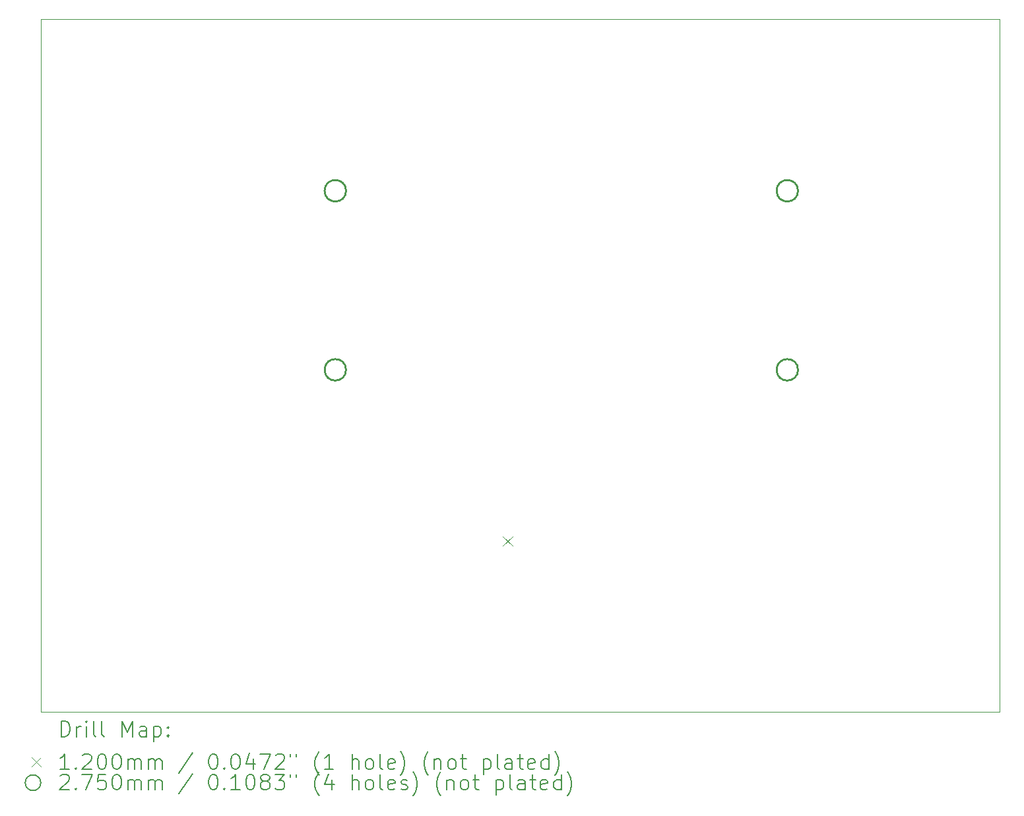
<source format=gbr>
%TF.GenerationSoftware,KiCad,Pcbnew,8.0.6-8.0.6-0~ubuntu24.04.1*%
%TF.CreationDate,2024-11-13T13:17:23+01:00*%
%TF.ProjectId,drn2,64726e32-2e6b-4696-9361-645f70636258,rev?*%
%TF.SameCoordinates,Original*%
%TF.FileFunction,Drillmap*%
%TF.FilePolarity,Positive*%
%FSLAX45Y45*%
G04 Gerber Fmt 4.5, Leading zero omitted, Abs format (unit mm)*
G04 Created by KiCad (PCBNEW 8.0.6-8.0.6-0~ubuntu24.04.1) date 2024-11-13 13:17:23*
%MOMM*%
%LPD*%
G01*
G04 APERTURE LIST*
%ADD10C,0.050000*%
%ADD11C,0.200000*%
%ADD12C,0.120000*%
%ADD13C,0.275000*%
G04 APERTURE END LIST*
D10*
X5900000Y-2600000D02*
X18200000Y-2600000D01*
X18200000Y-11500000D01*
X5900000Y-11500000D01*
X5900000Y-2600000D01*
D11*
D12*
X11830000Y-9240000D02*
X11950000Y-9360000D01*
X11950000Y-9240000D02*
X11830000Y-9360000D01*
D13*
X9815000Y-4802500D02*
G75*
G02*
X9540000Y-4802500I-137500J0D01*
G01*
X9540000Y-4802500D02*
G75*
G02*
X9815000Y-4802500I137500J0D01*
G01*
X9815000Y-7102500D02*
G75*
G02*
X9540000Y-7102500I-137500J0D01*
G01*
X9540000Y-7102500D02*
G75*
G02*
X9815000Y-7102500I137500J0D01*
G01*
X15615000Y-4802500D02*
G75*
G02*
X15340000Y-4802500I-137500J0D01*
G01*
X15340000Y-4802500D02*
G75*
G02*
X15615000Y-4802500I137500J0D01*
G01*
X15615000Y-7102500D02*
G75*
G02*
X15340000Y-7102500I-137500J0D01*
G01*
X15340000Y-7102500D02*
G75*
G02*
X15615000Y-7102500I137500J0D01*
G01*
D11*
X6158277Y-11813984D02*
X6158277Y-11613984D01*
X6158277Y-11613984D02*
X6205896Y-11613984D01*
X6205896Y-11613984D02*
X6234467Y-11623508D01*
X6234467Y-11623508D02*
X6253515Y-11642555D01*
X6253515Y-11642555D02*
X6263039Y-11661603D01*
X6263039Y-11661603D02*
X6272562Y-11699698D01*
X6272562Y-11699698D02*
X6272562Y-11728269D01*
X6272562Y-11728269D02*
X6263039Y-11766365D01*
X6263039Y-11766365D02*
X6253515Y-11785412D01*
X6253515Y-11785412D02*
X6234467Y-11804460D01*
X6234467Y-11804460D02*
X6205896Y-11813984D01*
X6205896Y-11813984D02*
X6158277Y-11813984D01*
X6358277Y-11813984D02*
X6358277Y-11680650D01*
X6358277Y-11718746D02*
X6367801Y-11699698D01*
X6367801Y-11699698D02*
X6377324Y-11690174D01*
X6377324Y-11690174D02*
X6396372Y-11680650D01*
X6396372Y-11680650D02*
X6415420Y-11680650D01*
X6482086Y-11813984D02*
X6482086Y-11680650D01*
X6482086Y-11613984D02*
X6472562Y-11623508D01*
X6472562Y-11623508D02*
X6482086Y-11633031D01*
X6482086Y-11633031D02*
X6491610Y-11623508D01*
X6491610Y-11623508D02*
X6482086Y-11613984D01*
X6482086Y-11613984D02*
X6482086Y-11633031D01*
X6605896Y-11813984D02*
X6586848Y-11804460D01*
X6586848Y-11804460D02*
X6577324Y-11785412D01*
X6577324Y-11785412D02*
X6577324Y-11613984D01*
X6710658Y-11813984D02*
X6691610Y-11804460D01*
X6691610Y-11804460D02*
X6682086Y-11785412D01*
X6682086Y-11785412D02*
X6682086Y-11613984D01*
X6939229Y-11813984D02*
X6939229Y-11613984D01*
X6939229Y-11613984D02*
X7005896Y-11756841D01*
X7005896Y-11756841D02*
X7072562Y-11613984D01*
X7072562Y-11613984D02*
X7072562Y-11813984D01*
X7253515Y-11813984D02*
X7253515Y-11709222D01*
X7253515Y-11709222D02*
X7243991Y-11690174D01*
X7243991Y-11690174D02*
X7224943Y-11680650D01*
X7224943Y-11680650D02*
X7186848Y-11680650D01*
X7186848Y-11680650D02*
X7167801Y-11690174D01*
X7253515Y-11804460D02*
X7234467Y-11813984D01*
X7234467Y-11813984D02*
X7186848Y-11813984D01*
X7186848Y-11813984D02*
X7167801Y-11804460D01*
X7167801Y-11804460D02*
X7158277Y-11785412D01*
X7158277Y-11785412D02*
X7158277Y-11766365D01*
X7158277Y-11766365D02*
X7167801Y-11747317D01*
X7167801Y-11747317D02*
X7186848Y-11737793D01*
X7186848Y-11737793D02*
X7234467Y-11737793D01*
X7234467Y-11737793D02*
X7253515Y-11728269D01*
X7348753Y-11680650D02*
X7348753Y-11880650D01*
X7348753Y-11690174D02*
X7367801Y-11680650D01*
X7367801Y-11680650D02*
X7405896Y-11680650D01*
X7405896Y-11680650D02*
X7424943Y-11690174D01*
X7424943Y-11690174D02*
X7434467Y-11699698D01*
X7434467Y-11699698D02*
X7443991Y-11718746D01*
X7443991Y-11718746D02*
X7443991Y-11775888D01*
X7443991Y-11775888D02*
X7434467Y-11794936D01*
X7434467Y-11794936D02*
X7424943Y-11804460D01*
X7424943Y-11804460D02*
X7405896Y-11813984D01*
X7405896Y-11813984D02*
X7367801Y-11813984D01*
X7367801Y-11813984D02*
X7348753Y-11804460D01*
X7529705Y-11794936D02*
X7539229Y-11804460D01*
X7539229Y-11804460D02*
X7529705Y-11813984D01*
X7529705Y-11813984D02*
X7520182Y-11804460D01*
X7520182Y-11804460D02*
X7529705Y-11794936D01*
X7529705Y-11794936D02*
X7529705Y-11813984D01*
X7529705Y-11690174D02*
X7539229Y-11699698D01*
X7539229Y-11699698D02*
X7529705Y-11709222D01*
X7529705Y-11709222D02*
X7520182Y-11699698D01*
X7520182Y-11699698D02*
X7529705Y-11690174D01*
X7529705Y-11690174D02*
X7529705Y-11709222D01*
D12*
X5777500Y-12082500D02*
X5897500Y-12202500D01*
X5897500Y-12082500D02*
X5777500Y-12202500D01*
D11*
X6263039Y-12233984D02*
X6148753Y-12233984D01*
X6205896Y-12233984D02*
X6205896Y-12033984D01*
X6205896Y-12033984D02*
X6186848Y-12062555D01*
X6186848Y-12062555D02*
X6167801Y-12081603D01*
X6167801Y-12081603D02*
X6148753Y-12091127D01*
X6348753Y-12214936D02*
X6358277Y-12224460D01*
X6358277Y-12224460D02*
X6348753Y-12233984D01*
X6348753Y-12233984D02*
X6339229Y-12224460D01*
X6339229Y-12224460D02*
X6348753Y-12214936D01*
X6348753Y-12214936D02*
X6348753Y-12233984D01*
X6434467Y-12053031D02*
X6443991Y-12043508D01*
X6443991Y-12043508D02*
X6463039Y-12033984D01*
X6463039Y-12033984D02*
X6510658Y-12033984D01*
X6510658Y-12033984D02*
X6529705Y-12043508D01*
X6529705Y-12043508D02*
X6539229Y-12053031D01*
X6539229Y-12053031D02*
X6548753Y-12072079D01*
X6548753Y-12072079D02*
X6548753Y-12091127D01*
X6548753Y-12091127D02*
X6539229Y-12119698D01*
X6539229Y-12119698D02*
X6424943Y-12233984D01*
X6424943Y-12233984D02*
X6548753Y-12233984D01*
X6672562Y-12033984D02*
X6691610Y-12033984D01*
X6691610Y-12033984D02*
X6710658Y-12043508D01*
X6710658Y-12043508D02*
X6720182Y-12053031D01*
X6720182Y-12053031D02*
X6729705Y-12072079D01*
X6729705Y-12072079D02*
X6739229Y-12110174D01*
X6739229Y-12110174D02*
X6739229Y-12157793D01*
X6739229Y-12157793D02*
X6729705Y-12195888D01*
X6729705Y-12195888D02*
X6720182Y-12214936D01*
X6720182Y-12214936D02*
X6710658Y-12224460D01*
X6710658Y-12224460D02*
X6691610Y-12233984D01*
X6691610Y-12233984D02*
X6672562Y-12233984D01*
X6672562Y-12233984D02*
X6653515Y-12224460D01*
X6653515Y-12224460D02*
X6643991Y-12214936D01*
X6643991Y-12214936D02*
X6634467Y-12195888D01*
X6634467Y-12195888D02*
X6624943Y-12157793D01*
X6624943Y-12157793D02*
X6624943Y-12110174D01*
X6624943Y-12110174D02*
X6634467Y-12072079D01*
X6634467Y-12072079D02*
X6643991Y-12053031D01*
X6643991Y-12053031D02*
X6653515Y-12043508D01*
X6653515Y-12043508D02*
X6672562Y-12033984D01*
X6863039Y-12033984D02*
X6882086Y-12033984D01*
X6882086Y-12033984D02*
X6901134Y-12043508D01*
X6901134Y-12043508D02*
X6910658Y-12053031D01*
X6910658Y-12053031D02*
X6920182Y-12072079D01*
X6920182Y-12072079D02*
X6929705Y-12110174D01*
X6929705Y-12110174D02*
X6929705Y-12157793D01*
X6929705Y-12157793D02*
X6920182Y-12195888D01*
X6920182Y-12195888D02*
X6910658Y-12214936D01*
X6910658Y-12214936D02*
X6901134Y-12224460D01*
X6901134Y-12224460D02*
X6882086Y-12233984D01*
X6882086Y-12233984D02*
X6863039Y-12233984D01*
X6863039Y-12233984D02*
X6843991Y-12224460D01*
X6843991Y-12224460D02*
X6834467Y-12214936D01*
X6834467Y-12214936D02*
X6824943Y-12195888D01*
X6824943Y-12195888D02*
X6815420Y-12157793D01*
X6815420Y-12157793D02*
X6815420Y-12110174D01*
X6815420Y-12110174D02*
X6824943Y-12072079D01*
X6824943Y-12072079D02*
X6834467Y-12053031D01*
X6834467Y-12053031D02*
X6843991Y-12043508D01*
X6843991Y-12043508D02*
X6863039Y-12033984D01*
X7015420Y-12233984D02*
X7015420Y-12100650D01*
X7015420Y-12119698D02*
X7024943Y-12110174D01*
X7024943Y-12110174D02*
X7043991Y-12100650D01*
X7043991Y-12100650D02*
X7072563Y-12100650D01*
X7072563Y-12100650D02*
X7091610Y-12110174D01*
X7091610Y-12110174D02*
X7101134Y-12129222D01*
X7101134Y-12129222D02*
X7101134Y-12233984D01*
X7101134Y-12129222D02*
X7110658Y-12110174D01*
X7110658Y-12110174D02*
X7129705Y-12100650D01*
X7129705Y-12100650D02*
X7158277Y-12100650D01*
X7158277Y-12100650D02*
X7177324Y-12110174D01*
X7177324Y-12110174D02*
X7186848Y-12129222D01*
X7186848Y-12129222D02*
X7186848Y-12233984D01*
X7282086Y-12233984D02*
X7282086Y-12100650D01*
X7282086Y-12119698D02*
X7291610Y-12110174D01*
X7291610Y-12110174D02*
X7310658Y-12100650D01*
X7310658Y-12100650D02*
X7339229Y-12100650D01*
X7339229Y-12100650D02*
X7358277Y-12110174D01*
X7358277Y-12110174D02*
X7367801Y-12129222D01*
X7367801Y-12129222D02*
X7367801Y-12233984D01*
X7367801Y-12129222D02*
X7377324Y-12110174D01*
X7377324Y-12110174D02*
X7396372Y-12100650D01*
X7396372Y-12100650D02*
X7424943Y-12100650D01*
X7424943Y-12100650D02*
X7443991Y-12110174D01*
X7443991Y-12110174D02*
X7453515Y-12129222D01*
X7453515Y-12129222D02*
X7453515Y-12233984D01*
X7843991Y-12024460D02*
X7672563Y-12281603D01*
X8101134Y-12033984D02*
X8120182Y-12033984D01*
X8120182Y-12033984D02*
X8139229Y-12043508D01*
X8139229Y-12043508D02*
X8148753Y-12053031D01*
X8148753Y-12053031D02*
X8158277Y-12072079D01*
X8158277Y-12072079D02*
X8167801Y-12110174D01*
X8167801Y-12110174D02*
X8167801Y-12157793D01*
X8167801Y-12157793D02*
X8158277Y-12195888D01*
X8158277Y-12195888D02*
X8148753Y-12214936D01*
X8148753Y-12214936D02*
X8139229Y-12224460D01*
X8139229Y-12224460D02*
X8120182Y-12233984D01*
X8120182Y-12233984D02*
X8101134Y-12233984D01*
X8101134Y-12233984D02*
X8082086Y-12224460D01*
X8082086Y-12224460D02*
X8072563Y-12214936D01*
X8072563Y-12214936D02*
X8063039Y-12195888D01*
X8063039Y-12195888D02*
X8053515Y-12157793D01*
X8053515Y-12157793D02*
X8053515Y-12110174D01*
X8053515Y-12110174D02*
X8063039Y-12072079D01*
X8063039Y-12072079D02*
X8072563Y-12053031D01*
X8072563Y-12053031D02*
X8082086Y-12043508D01*
X8082086Y-12043508D02*
X8101134Y-12033984D01*
X8253515Y-12214936D02*
X8263039Y-12224460D01*
X8263039Y-12224460D02*
X8253515Y-12233984D01*
X8253515Y-12233984D02*
X8243991Y-12224460D01*
X8243991Y-12224460D02*
X8253515Y-12214936D01*
X8253515Y-12214936D02*
X8253515Y-12233984D01*
X8386848Y-12033984D02*
X8405896Y-12033984D01*
X8405896Y-12033984D02*
X8424944Y-12043508D01*
X8424944Y-12043508D02*
X8434468Y-12053031D01*
X8434468Y-12053031D02*
X8443991Y-12072079D01*
X8443991Y-12072079D02*
X8453515Y-12110174D01*
X8453515Y-12110174D02*
X8453515Y-12157793D01*
X8453515Y-12157793D02*
X8443991Y-12195888D01*
X8443991Y-12195888D02*
X8434468Y-12214936D01*
X8434468Y-12214936D02*
X8424944Y-12224460D01*
X8424944Y-12224460D02*
X8405896Y-12233984D01*
X8405896Y-12233984D02*
X8386848Y-12233984D01*
X8386848Y-12233984D02*
X8367801Y-12224460D01*
X8367801Y-12224460D02*
X8358277Y-12214936D01*
X8358277Y-12214936D02*
X8348753Y-12195888D01*
X8348753Y-12195888D02*
X8339229Y-12157793D01*
X8339229Y-12157793D02*
X8339229Y-12110174D01*
X8339229Y-12110174D02*
X8348753Y-12072079D01*
X8348753Y-12072079D02*
X8358277Y-12053031D01*
X8358277Y-12053031D02*
X8367801Y-12043508D01*
X8367801Y-12043508D02*
X8386848Y-12033984D01*
X8624944Y-12100650D02*
X8624944Y-12233984D01*
X8577325Y-12024460D02*
X8529706Y-12167317D01*
X8529706Y-12167317D02*
X8653515Y-12167317D01*
X8710658Y-12033984D02*
X8843991Y-12033984D01*
X8843991Y-12033984D02*
X8758277Y-12233984D01*
X8910658Y-12053031D02*
X8920182Y-12043508D01*
X8920182Y-12043508D02*
X8939229Y-12033984D01*
X8939229Y-12033984D02*
X8986849Y-12033984D01*
X8986849Y-12033984D02*
X9005896Y-12043508D01*
X9005896Y-12043508D02*
X9015420Y-12053031D01*
X9015420Y-12053031D02*
X9024944Y-12072079D01*
X9024944Y-12072079D02*
X9024944Y-12091127D01*
X9024944Y-12091127D02*
X9015420Y-12119698D01*
X9015420Y-12119698D02*
X8901134Y-12233984D01*
X8901134Y-12233984D02*
X9024944Y-12233984D01*
X9101134Y-12033984D02*
X9101134Y-12072079D01*
X9177325Y-12033984D02*
X9177325Y-12072079D01*
X9472563Y-12310174D02*
X9463039Y-12300650D01*
X9463039Y-12300650D02*
X9443991Y-12272079D01*
X9443991Y-12272079D02*
X9434468Y-12253031D01*
X9434468Y-12253031D02*
X9424944Y-12224460D01*
X9424944Y-12224460D02*
X9415420Y-12176841D01*
X9415420Y-12176841D02*
X9415420Y-12138746D01*
X9415420Y-12138746D02*
X9424944Y-12091127D01*
X9424944Y-12091127D02*
X9434468Y-12062555D01*
X9434468Y-12062555D02*
X9443991Y-12043508D01*
X9443991Y-12043508D02*
X9463039Y-12014936D01*
X9463039Y-12014936D02*
X9472563Y-12005412D01*
X9653515Y-12233984D02*
X9539230Y-12233984D01*
X9596372Y-12233984D02*
X9596372Y-12033984D01*
X9596372Y-12033984D02*
X9577325Y-12062555D01*
X9577325Y-12062555D02*
X9558277Y-12081603D01*
X9558277Y-12081603D02*
X9539230Y-12091127D01*
X9891611Y-12233984D02*
X9891611Y-12033984D01*
X9977325Y-12233984D02*
X9977325Y-12129222D01*
X9977325Y-12129222D02*
X9967801Y-12110174D01*
X9967801Y-12110174D02*
X9948753Y-12100650D01*
X9948753Y-12100650D02*
X9920182Y-12100650D01*
X9920182Y-12100650D02*
X9901134Y-12110174D01*
X9901134Y-12110174D02*
X9891611Y-12119698D01*
X10101134Y-12233984D02*
X10082087Y-12224460D01*
X10082087Y-12224460D02*
X10072563Y-12214936D01*
X10072563Y-12214936D02*
X10063039Y-12195888D01*
X10063039Y-12195888D02*
X10063039Y-12138746D01*
X10063039Y-12138746D02*
X10072563Y-12119698D01*
X10072563Y-12119698D02*
X10082087Y-12110174D01*
X10082087Y-12110174D02*
X10101134Y-12100650D01*
X10101134Y-12100650D02*
X10129706Y-12100650D01*
X10129706Y-12100650D02*
X10148753Y-12110174D01*
X10148753Y-12110174D02*
X10158277Y-12119698D01*
X10158277Y-12119698D02*
X10167801Y-12138746D01*
X10167801Y-12138746D02*
X10167801Y-12195888D01*
X10167801Y-12195888D02*
X10158277Y-12214936D01*
X10158277Y-12214936D02*
X10148753Y-12224460D01*
X10148753Y-12224460D02*
X10129706Y-12233984D01*
X10129706Y-12233984D02*
X10101134Y-12233984D01*
X10282087Y-12233984D02*
X10263039Y-12224460D01*
X10263039Y-12224460D02*
X10253515Y-12205412D01*
X10253515Y-12205412D02*
X10253515Y-12033984D01*
X10434468Y-12224460D02*
X10415420Y-12233984D01*
X10415420Y-12233984D02*
X10377325Y-12233984D01*
X10377325Y-12233984D02*
X10358277Y-12224460D01*
X10358277Y-12224460D02*
X10348753Y-12205412D01*
X10348753Y-12205412D02*
X10348753Y-12129222D01*
X10348753Y-12129222D02*
X10358277Y-12110174D01*
X10358277Y-12110174D02*
X10377325Y-12100650D01*
X10377325Y-12100650D02*
X10415420Y-12100650D01*
X10415420Y-12100650D02*
X10434468Y-12110174D01*
X10434468Y-12110174D02*
X10443992Y-12129222D01*
X10443992Y-12129222D02*
X10443992Y-12148269D01*
X10443992Y-12148269D02*
X10348753Y-12167317D01*
X10510658Y-12310174D02*
X10520182Y-12300650D01*
X10520182Y-12300650D02*
X10539230Y-12272079D01*
X10539230Y-12272079D02*
X10548753Y-12253031D01*
X10548753Y-12253031D02*
X10558277Y-12224460D01*
X10558277Y-12224460D02*
X10567801Y-12176841D01*
X10567801Y-12176841D02*
X10567801Y-12138746D01*
X10567801Y-12138746D02*
X10558277Y-12091127D01*
X10558277Y-12091127D02*
X10548753Y-12062555D01*
X10548753Y-12062555D02*
X10539230Y-12043508D01*
X10539230Y-12043508D02*
X10520182Y-12014936D01*
X10520182Y-12014936D02*
X10510658Y-12005412D01*
X10872563Y-12310174D02*
X10863039Y-12300650D01*
X10863039Y-12300650D02*
X10843992Y-12272079D01*
X10843992Y-12272079D02*
X10834468Y-12253031D01*
X10834468Y-12253031D02*
X10824944Y-12224460D01*
X10824944Y-12224460D02*
X10815420Y-12176841D01*
X10815420Y-12176841D02*
X10815420Y-12138746D01*
X10815420Y-12138746D02*
X10824944Y-12091127D01*
X10824944Y-12091127D02*
X10834468Y-12062555D01*
X10834468Y-12062555D02*
X10843992Y-12043508D01*
X10843992Y-12043508D02*
X10863039Y-12014936D01*
X10863039Y-12014936D02*
X10872563Y-12005412D01*
X10948753Y-12100650D02*
X10948753Y-12233984D01*
X10948753Y-12119698D02*
X10958277Y-12110174D01*
X10958277Y-12110174D02*
X10977325Y-12100650D01*
X10977325Y-12100650D02*
X11005896Y-12100650D01*
X11005896Y-12100650D02*
X11024944Y-12110174D01*
X11024944Y-12110174D02*
X11034468Y-12129222D01*
X11034468Y-12129222D02*
X11034468Y-12233984D01*
X11158277Y-12233984D02*
X11139230Y-12224460D01*
X11139230Y-12224460D02*
X11129706Y-12214936D01*
X11129706Y-12214936D02*
X11120182Y-12195888D01*
X11120182Y-12195888D02*
X11120182Y-12138746D01*
X11120182Y-12138746D02*
X11129706Y-12119698D01*
X11129706Y-12119698D02*
X11139230Y-12110174D01*
X11139230Y-12110174D02*
X11158277Y-12100650D01*
X11158277Y-12100650D02*
X11186849Y-12100650D01*
X11186849Y-12100650D02*
X11205896Y-12110174D01*
X11205896Y-12110174D02*
X11215420Y-12119698D01*
X11215420Y-12119698D02*
X11224944Y-12138746D01*
X11224944Y-12138746D02*
X11224944Y-12195888D01*
X11224944Y-12195888D02*
X11215420Y-12214936D01*
X11215420Y-12214936D02*
X11205896Y-12224460D01*
X11205896Y-12224460D02*
X11186849Y-12233984D01*
X11186849Y-12233984D02*
X11158277Y-12233984D01*
X11282087Y-12100650D02*
X11358277Y-12100650D01*
X11310658Y-12033984D02*
X11310658Y-12205412D01*
X11310658Y-12205412D02*
X11320182Y-12224460D01*
X11320182Y-12224460D02*
X11339230Y-12233984D01*
X11339230Y-12233984D02*
X11358277Y-12233984D01*
X11577325Y-12100650D02*
X11577325Y-12300650D01*
X11577325Y-12110174D02*
X11596372Y-12100650D01*
X11596372Y-12100650D02*
X11634468Y-12100650D01*
X11634468Y-12100650D02*
X11653515Y-12110174D01*
X11653515Y-12110174D02*
X11663039Y-12119698D01*
X11663039Y-12119698D02*
X11672563Y-12138746D01*
X11672563Y-12138746D02*
X11672563Y-12195888D01*
X11672563Y-12195888D02*
X11663039Y-12214936D01*
X11663039Y-12214936D02*
X11653515Y-12224460D01*
X11653515Y-12224460D02*
X11634468Y-12233984D01*
X11634468Y-12233984D02*
X11596372Y-12233984D01*
X11596372Y-12233984D02*
X11577325Y-12224460D01*
X11786849Y-12233984D02*
X11767801Y-12224460D01*
X11767801Y-12224460D02*
X11758277Y-12205412D01*
X11758277Y-12205412D02*
X11758277Y-12033984D01*
X11948753Y-12233984D02*
X11948753Y-12129222D01*
X11948753Y-12129222D02*
X11939230Y-12110174D01*
X11939230Y-12110174D02*
X11920182Y-12100650D01*
X11920182Y-12100650D02*
X11882087Y-12100650D01*
X11882087Y-12100650D02*
X11863039Y-12110174D01*
X11948753Y-12224460D02*
X11929706Y-12233984D01*
X11929706Y-12233984D02*
X11882087Y-12233984D01*
X11882087Y-12233984D02*
X11863039Y-12224460D01*
X11863039Y-12224460D02*
X11853515Y-12205412D01*
X11853515Y-12205412D02*
X11853515Y-12186365D01*
X11853515Y-12186365D02*
X11863039Y-12167317D01*
X11863039Y-12167317D02*
X11882087Y-12157793D01*
X11882087Y-12157793D02*
X11929706Y-12157793D01*
X11929706Y-12157793D02*
X11948753Y-12148269D01*
X12015420Y-12100650D02*
X12091611Y-12100650D01*
X12043992Y-12033984D02*
X12043992Y-12205412D01*
X12043992Y-12205412D02*
X12053515Y-12224460D01*
X12053515Y-12224460D02*
X12072563Y-12233984D01*
X12072563Y-12233984D02*
X12091611Y-12233984D01*
X12234468Y-12224460D02*
X12215420Y-12233984D01*
X12215420Y-12233984D02*
X12177325Y-12233984D01*
X12177325Y-12233984D02*
X12158277Y-12224460D01*
X12158277Y-12224460D02*
X12148753Y-12205412D01*
X12148753Y-12205412D02*
X12148753Y-12129222D01*
X12148753Y-12129222D02*
X12158277Y-12110174D01*
X12158277Y-12110174D02*
X12177325Y-12100650D01*
X12177325Y-12100650D02*
X12215420Y-12100650D01*
X12215420Y-12100650D02*
X12234468Y-12110174D01*
X12234468Y-12110174D02*
X12243992Y-12129222D01*
X12243992Y-12129222D02*
X12243992Y-12148269D01*
X12243992Y-12148269D02*
X12148753Y-12167317D01*
X12415420Y-12233984D02*
X12415420Y-12033984D01*
X12415420Y-12224460D02*
X12396373Y-12233984D01*
X12396373Y-12233984D02*
X12358277Y-12233984D01*
X12358277Y-12233984D02*
X12339230Y-12224460D01*
X12339230Y-12224460D02*
X12329706Y-12214936D01*
X12329706Y-12214936D02*
X12320182Y-12195888D01*
X12320182Y-12195888D02*
X12320182Y-12138746D01*
X12320182Y-12138746D02*
X12329706Y-12119698D01*
X12329706Y-12119698D02*
X12339230Y-12110174D01*
X12339230Y-12110174D02*
X12358277Y-12100650D01*
X12358277Y-12100650D02*
X12396373Y-12100650D01*
X12396373Y-12100650D02*
X12415420Y-12110174D01*
X12491611Y-12310174D02*
X12501134Y-12300650D01*
X12501134Y-12300650D02*
X12520182Y-12272079D01*
X12520182Y-12272079D02*
X12529706Y-12253031D01*
X12529706Y-12253031D02*
X12539230Y-12224460D01*
X12539230Y-12224460D02*
X12548753Y-12176841D01*
X12548753Y-12176841D02*
X12548753Y-12138746D01*
X12548753Y-12138746D02*
X12539230Y-12091127D01*
X12539230Y-12091127D02*
X12529706Y-12062555D01*
X12529706Y-12062555D02*
X12520182Y-12043508D01*
X12520182Y-12043508D02*
X12501134Y-12014936D01*
X12501134Y-12014936D02*
X12491611Y-12005412D01*
X5897500Y-12406500D02*
G75*
G02*
X5697500Y-12406500I-100000J0D01*
G01*
X5697500Y-12406500D02*
G75*
G02*
X5897500Y-12406500I100000J0D01*
G01*
X6148753Y-12317031D02*
X6158277Y-12307508D01*
X6158277Y-12307508D02*
X6177324Y-12297984D01*
X6177324Y-12297984D02*
X6224943Y-12297984D01*
X6224943Y-12297984D02*
X6243991Y-12307508D01*
X6243991Y-12307508D02*
X6253515Y-12317031D01*
X6253515Y-12317031D02*
X6263039Y-12336079D01*
X6263039Y-12336079D02*
X6263039Y-12355127D01*
X6263039Y-12355127D02*
X6253515Y-12383698D01*
X6253515Y-12383698D02*
X6139229Y-12497984D01*
X6139229Y-12497984D02*
X6263039Y-12497984D01*
X6348753Y-12478936D02*
X6358277Y-12488460D01*
X6358277Y-12488460D02*
X6348753Y-12497984D01*
X6348753Y-12497984D02*
X6339229Y-12488460D01*
X6339229Y-12488460D02*
X6348753Y-12478936D01*
X6348753Y-12478936D02*
X6348753Y-12497984D01*
X6424943Y-12297984D02*
X6558277Y-12297984D01*
X6558277Y-12297984D02*
X6472562Y-12497984D01*
X6729705Y-12297984D02*
X6634467Y-12297984D01*
X6634467Y-12297984D02*
X6624943Y-12393222D01*
X6624943Y-12393222D02*
X6634467Y-12383698D01*
X6634467Y-12383698D02*
X6653515Y-12374174D01*
X6653515Y-12374174D02*
X6701134Y-12374174D01*
X6701134Y-12374174D02*
X6720182Y-12383698D01*
X6720182Y-12383698D02*
X6729705Y-12393222D01*
X6729705Y-12393222D02*
X6739229Y-12412269D01*
X6739229Y-12412269D02*
X6739229Y-12459888D01*
X6739229Y-12459888D02*
X6729705Y-12478936D01*
X6729705Y-12478936D02*
X6720182Y-12488460D01*
X6720182Y-12488460D02*
X6701134Y-12497984D01*
X6701134Y-12497984D02*
X6653515Y-12497984D01*
X6653515Y-12497984D02*
X6634467Y-12488460D01*
X6634467Y-12488460D02*
X6624943Y-12478936D01*
X6863039Y-12297984D02*
X6882086Y-12297984D01*
X6882086Y-12297984D02*
X6901134Y-12307508D01*
X6901134Y-12307508D02*
X6910658Y-12317031D01*
X6910658Y-12317031D02*
X6920182Y-12336079D01*
X6920182Y-12336079D02*
X6929705Y-12374174D01*
X6929705Y-12374174D02*
X6929705Y-12421793D01*
X6929705Y-12421793D02*
X6920182Y-12459888D01*
X6920182Y-12459888D02*
X6910658Y-12478936D01*
X6910658Y-12478936D02*
X6901134Y-12488460D01*
X6901134Y-12488460D02*
X6882086Y-12497984D01*
X6882086Y-12497984D02*
X6863039Y-12497984D01*
X6863039Y-12497984D02*
X6843991Y-12488460D01*
X6843991Y-12488460D02*
X6834467Y-12478936D01*
X6834467Y-12478936D02*
X6824943Y-12459888D01*
X6824943Y-12459888D02*
X6815420Y-12421793D01*
X6815420Y-12421793D02*
X6815420Y-12374174D01*
X6815420Y-12374174D02*
X6824943Y-12336079D01*
X6824943Y-12336079D02*
X6834467Y-12317031D01*
X6834467Y-12317031D02*
X6843991Y-12307508D01*
X6843991Y-12307508D02*
X6863039Y-12297984D01*
X7015420Y-12497984D02*
X7015420Y-12364650D01*
X7015420Y-12383698D02*
X7024943Y-12374174D01*
X7024943Y-12374174D02*
X7043991Y-12364650D01*
X7043991Y-12364650D02*
X7072563Y-12364650D01*
X7072563Y-12364650D02*
X7091610Y-12374174D01*
X7091610Y-12374174D02*
X7101134Y-12393222D01*
X7101134Y-12393222D02*
X7101134Y-12497984D01*
X7101134Y-12393222D02*
X7110658Y-12374174D01*
X7110658Y-12374174D02*
X7129705Y-12364650D01*
X7129705Y-12364650D02*
X7158277Y-12364650D01*
X7158277Y-12364650D02*
X7177324Y-12374174D01*
X7177324Y-12374174D02*
X7186848Y-12393222D01*
X7186848Y-12393222D02*
X7186848Y-12497984D01*
X7282086Y-12497984D02*
X7282086Y-12364650D01*
X7282086Y-12383698D02*
X7291610Y-12374174D01*
X7291610Y-12374174D02*
X7310658Y-12364650D01*
X7310658Y-12364650D02*
X7339229Y-12364650D01*
X7339229Y-12364650D02*
X7358277Y-12374174D01*
X7358277Y-12374174D02*
X7367801Y-12393222D01*
X7367801Y-12393222D02*
X7367801Y-12497984D01*
X7367801Y-12393222D02*
X7377324Y-12374174D01*
X7377324Y-12374174D02*
X7396372Y-12364650D01*
X7396372Y-12364650D02*
X7424943Y-12364650D01*
X7424943Y-12364650D02*
X7443991Y-12374174D01*
X7443991Y-12374174D02*
X7453515Y-12393222D01*
X7453515Y-12393222D02*
X7453515Y-12497984D01*
X7843991Y-12288460D02*
X7672563Y-12545603D01*
X8101134Y-12297984D02*
X8120182Y-12297984D01*
X8120182Y-12297984D02*
X8139229Y-12307508D01*
X8139229Y-12307508D02*
X8148753Y-12317031D01*
X8148753Y-12317031D02*
X8158277Y-12336079D01*
X8158277Y-12336079D02*
X8167801Y-12374174D01*
X8167801Y-12374174D02*
X8167801Y-12421793D01*
X8167801Y-12421793D02*
X8158277Y-12459888D01*
X8158277Y-12459888D02*
X8148753Y-12478936D01*
X8148753Y-12478936D02*
X8139229Y-12488460D01*
X8139229Y-12488460D02*
X8120182Y-12497984D01*
X8120182Y-12497984D02*
X8101134Y-12497984D01*
X8101134Y-12497984D02*
X8082086Y-12488460D01*
X8082086Y-12488460D02*
X8072563Y-12478936D01*
X8072563Y-12478936D02*
X8063039Y-12459888D01*
X8063039Y-12459888D02*
X8053515Y-12421793D01*
X8053515Y-12421793D02*
X8053515Y-12374174D01*
X8053515Y-12374174D02*
X8063039Y-12336079D01*
X8063039Y-12336079D02*
X8072563Y-12317031D01*
X8072563Y-12317031D02*
X8082086Y-12307508D01*
X8082086Y-12307508D02*
X8101134Y-12297984D01*
X8253515Y-12478936D02*
X8263039Y-12488460D01*
X8263039Y-12488460D02*
X8253515Y-12497984D01*
X8253515Y-12497984D02*
X8243991Y-12488460D01*
X8243991Y-12488460D02*
X8253515Y-12478936D01*
X8253515Y-12478936D02*
X8253515Y-12497984D01*
X8453515Y-12497984D02*
X8339229Y-12497984D01*
X8396372Y-12497984D02*
X8396372Y-12297984D01*
X8396372Y-12297984D02*
X8377325Y-12326555D01*
X8377325Y-12326555D02*
X8358277Y-12345603D01*
X8358277Y-12345603D02*
X8339229Y-12355127D01*
X8577325Y-12297984D02*
X8596372Y-12297984D01*
X8596372Y-12297984D02*
X8615420Y-12307508D01*
X8615420Y-12307508D02*
X8624944Y-12317031D01*
X8624944Y-12317031D02*
X8634468Y-12336079D01*
X8634468Y-12336079D02*
X8643991Y-12374174D01*
X8643991Y-12374174D02*
X8643991Y-12421793D01*
X8643991Y-12421793D02*
X8634468Y-12459888D01*
X8634468Y-12459888D02*
X8624944Y-12478936D01*
X8624944Y-12478936D02*
X8615420Y-12488460D01*
X8615420Y-12488460D02*
X8596372Y-12497984D01*
X8596372Y-12497984D02*
X8577325Y-12497984D01*
X8577325Y-12497984D02*
X8558277Y-12488460D01*
X8558277Y-12488460D02*
X8548753Y-12478936D01*
X8548753Y-12478936D02*
X8539229Y-12459888D01*
X8539229Y-12459888D02*
X8529706Y-12421793D01*
X8529706Y-12421793D02*
X8529706Y-12374174D01*
X8529706Y-12374174D02*
X8539229Y-12336079D01*
X8539229Y-12336079D02*
X8548753Y-12317031D01*
X8548753Y-12317031D02*
X8558277Y-12307508D01*
X8558277Y-12307508D02*
X8577325Y-12297984D01*
X8758277Y-12383698D02*
X8739229Y-12374174D01*
X8739229Y-12374174D02*
X8729706Y-12364650D01*
X8729706Y-12364650D02*
X8720182Y-12345603D01*
X8720182Y-12345603D02*
X8720182Y-12336079D01*
X8720182Y-12336079D02*
X8729706Y-12317031D01*
X8729706Y-12317031D02*
X8739229Y-12307508D01*
X8739229Y-12307508D02*
X8758277Y-12297984D01*
X8758277Y-12297984D02*
X8796372Y-12297984D01*
X8796372Y-12297984D02*
X8815420Y-12307508D01*
X8815420Y-12307508D02*
X8824944Y-12317031D01*
X8824944Y-12317031D02*
X8834468Y-12336079D01*
X8834468Y-12336079D02*
X8834468Y-12345603D01*
X8834468Y-12345603D02*
X8824944Y-12364650D01*
X8824944Y-12364650D02*
X8815420Y-12374174D01*
X8815420Y-12374174D02*
X8796372Y-12383698D01*
X8796372Y-12383698D02*
X8758277Y-12383698D01*
X8758277Y-12383698D02*
X8739229Y-12393222D01*
X8739229Y-12393222D02*
X8729706Y-12402746D01*
X8729706Y-12402746D02*
X8720182Y-12421793D01*
X8720182Y-12421793D02*
X8720182Y-12459888D01*
X8720182Y-12459888D02*
X8729706Y-12478936D01*
X8729706Y-12478936D02*
X8739229Y-12488460D01*
X8739229Y-12488460D02*
X8758277Y-12497984D01*
X8758277Y-12497984D02*
X8796372Y-12497984D01*
X8796372Y-12497984D02*
X8815420Y-12488460D01*
X8815420Y-12488460D02*
X8824944Y-12478936D01*
X8824944Y-12478936D02*
X8834468Y-12459888D01*
X8834468Y-12459888D02*
X8834468Y-12421793D01*
X8834468Y-12421793D02*
X8824944Y-12402746D01*
X8824944Y-12402746D02*
X8815420Y-12393222D01*
X8815420Y-12393222D02*
X8796372Y-12383698D01*
X8901134Y-12297984D02*
X9024944Y-12297984D01*
X9024944Y-12297984D02*
X8958277Y-12374174D01*
X8958277Y-12374174D02*
X8986849Y-12374174D01*
X8986849Y-12374174D02*
X9005896Y-12383698D01*
X9005896Y-12383698D02*
X9015420Y-12393222D01*
X9015420Y-12393222D02*
X9024944Y-12412269D01*
X9024944Y-12412269D02*
X9024944Y-12459888D01*
X9024944Y-12459888D02*
X9015420Y-12478936D01*
X9015420Y-12478936D02*
X9005896Y-12488460D01*
X9005896Y-12488460D02*
X8986849Y-12497984D01*
X8986849Y-12497984D02*
X8929706Y-12497984D01*
X8929706Y-12497984D02*
X8910658Y-12488460D01*
X8910658Y-12488460D02*
X8901134Y-12478936D01*
X9101134Y-12297984D02*
X9101134Y-12336079D01*
X9177325Y-12297984D02*
X9177325Y-12336079D01*
X9472563Y-12574174D02*
X9463039Y-12564650D01*
X9463039Y-12564650D02*
X9443991Y-12536079D01*
X9443991Y-12536079D02*
X9434468Y-12517031D01*
X9434468Y-12517031D02*
X9424944Y-12488460D01*
X9424944Y-12488460D02*
X9415420Y-12440841D01*
X9415420Y-12440841D02*
X9415420Y-12402746D01*
X9415420Y-12402746D02*
X9424944Y-12355127D01*
X9424944Y-12355127D02*
X9434468Y-12326555D01*
X9434468Y-12326555D02*
X9443991Y-12307508D01*
X9443991Y-12307508D02*
X9463039Y-12278936D01*
X9463039Y-12278936D02*
X9472563Y-12269412D01*
X9634468Y-12364650D02*
X9634468Y-12497984D01*
X9586849Y-12288460D02*
X9539230Y-12431317D01*
X9539230Y-12431317D02*
X9663039Y-12431317D01*
X9891611Y-12497984D02*
X9891611Y-12297984D01*
X9977325Y-12497984D02*
X9977325Y-12393222D01*
X9977325Y-12393222D02*
X9967801Y-12374174D01*
X9967801Y-12374174D02*
X9948753Y-12364650D01*
X9948753Y-12364650D02*
X9920182Y-12364650D01*
X9920182Y-12364650D02*
X9901134Y-12374174D01*
X9901134Y-12374174D02*
X9891611Y-12383698D01*
X10101134Y-12497984D02*
X10082087Y-12488460D01*
X10082087Y-12488460D02*
X10072563Y-12478936D01*
X10072563Y-12478936D02*
X10063039Y-12459888D01*
X10063039Y-12459888D02*
X10063039Y-12402746D01*
X10063039Y-12402746D02*
X10072563Y-12383698D01*
X10072563Y-12383698D02*
X10082087Y-12374174D01*
X10082087Y-12374174D02*
X10101134Y-12364650D01*
X10101134Y-12364650D02*
X10129706Y-12364650D01*
X10129706Y-12364650D02*
X10148753Y-12374174D01*
X10148753Y-12374174D02*
X10158277Y-12383698D01*
X10158277Y-12383698D02*
X10167801Y-12402746D01*
X10167801Y-12402746D02*
X10167801Y-12459888D01*
X10167801Y-12459888D02*
X10158277Y-12478936D01*
X10158277Y-12478936D02*
X10148753Y-12488460D01*
X10148753Y-12488460D02*
X10129706Y-12497984D01*
X10129706Y-12497984D02*
X10101134Y-12497984D01*
X10282087Y-12497984D02*
X10263039Y-12488460D01*
X10263039Y-12488460D02*
X10253515Y-12469412D01*
X10253515Y-12469412D02*
X10253515Y-12297984D01*
X10434468Y-12488460D02*
X10415420Y-12497984D01*
X10415420Y-12497984D02*
X10377325Y-12497984D01*
X10377325Y-12497984D02*
X10358277Y-12488460D01*
X10358277Y-12488460D02*
X10348753Y-12469412D01*
X10348753Y-12469412D02*
X10348753Y-12393222D01*
X10348753Y-12393222D02*
X10358277Y-12374174D01*
X10358277Y-12374174D02*
X10377325Y-12364650D01*
X10377325Y-12364650D02*
X10415420Y-12364650D01*
X10415420Y-12364650D02*
X10434468Y-12374174D01*
X10434468Y-12374174D02*
X10443992Y-12393222D01*
X10443992Y-12393222D02*
X10443992Y-12412269D01*
X10443992Y-12412269D02*
X10348753Y-12431317D01*
X10520182Y-12488460D02*
X10539230Y-12497984D01*
X10539230Y-12497984D02*
X10577325Y-12497984D01*
X10577325Y-12497984D02*
X10596373Y-12488460D01*
X10596373Y-12488460D02*
X10605896Y-12469412D01*
X10605896Y-12469412D02*
X10605896Y-12459888D01*
X10605896Y-12459888D02*
X10596373Y-12440841D01*
X10596373Y-12440841D02*
X10577325Y-12431317D01*
X10577325Y-12431317D02*
X10548753Y-12431317D01*
X10548753Y-12431317D02*
X10529706Y-12421793D01*
X10529706Y-12421793D02*
X10520182Y-12402746D01*
X10520182Y-12402746D02*
X10520182Y-12393222D01*
X10520182Y-12393222D02*
X10529706Y-12374174D01*
X10529706Y-12374174D02*
X10548753Y-12364650D01*
X10548753Y-12364650D02*
X10577325Y-12364650D01*
X10577325Y-12364650D02*
X10596373Y-12374174D01*
X10672563Y-12574174D02*
X10682087Y-12564650D01*
X10682087Y-12564650D02*
X10701134Y-12536079D01*
X10701134Y-12536079D02*
X10710658Y-12517031D01*
X10710658Y-12517031D02*
X10720182Y-12488460D01*
X10720182Y-12488460D02*
X10729706Y-12440841D01*
X10729706Y-12440841D02*
X10729706Y-12402746D01*
X10729706Y-12402746D02*
X10720182Y-12355127D01*
X10720182Y-12355127D02*
X10710658Y-12326555D01*
X10710658Y-12326555D02*
X10701134Y-12307508D01*
X10701134Y-12307508D02*
X10682087Y-12278936D01*
X10682087Y-12278936D02*
X10672563Y-12269412D01*
X11034468Y-12574174D02*
X11024944Y-12564650D01*
X11024944Y-12564650D02*
X11005896Y-12536079D01*
X11005896Y-12536079D02*
X10996373Y-12517031D01*
X10996373Y-12517031D02*
X10986849Y-12488460D01*
X10986849Y-12488460D02*
X10977325Y-12440841D01*
X10977325Y-12440841D02*
X10977325Y-12402746D01*
X10977325Y-12402746D02*
X10986849Y-12355127D01*
X10986849Y-12355127D02*
X10996373Y-12326555D01*
X10996373Y-12326555D02*
X11005896Y-12307508D01*
X11005896Y-12307508D02*
X11024944Y-12278936D01*
X11024944Y-12278936D02*
X11034468Y-12269412D01*
X11110658Y-12364650D02*
X11110658Y-12497984D01*
X11110658Y-12383698D02*
X11120182Y-12374174D01*
X11120182Y-12374174D02*
X11139230Y-12364650D01*
X11139230Y-12364650D02*
X11167801Y-12364650D01*
X11167801Y-12364650D02*
X11186849Y-12374174D01*
X11186849Y-12374174D02*
X11196372Y-12393222D01*
X11196372Y-12393222D02*
X11196372Y-12497984D01*
X11320182Y-12497984D02*
X11301134Y-12488460D01*
X11301134Y-12488460D02*
X11291611Y-12478936D01*
X11291611Y-12478936D02*
X11282087Y-12459888D01*
X11282087Y-12459888D02*
X11282087Y-12402746D01*
X11282087Y-12402746D02*
X11291611Y-12383698D01*
X11291611Y-12383698D02*
X11301134Y-12374174D01*
X11301134Y-12374174D02*
X11320182Y-12364650D01*
X11320182Y-12364650D02*
X11348753Y-12364650D01*
X11348753Y-12364650D02*
X11367801Y-12374174D01*
X11367801Y-12374174D02*
X11377325Y-12383698D01*
X11377325Y-12383698D02*
X11386849Y-12402746D01*
X11386849Y-12402746D02*
X11386849Y-12459888D01*
X11386849Y-12459888D02*
X11377325Y-12478936D01*
X11377325Y-12478936D02*
X11367801Y-12488460D01*
X11367801Y-12488460D02*
X11348753Y-12497984D01*
X11348753Y-12497984D02*
X11320182Y-12497984D01*
X11443992Y-12364650D02*
X11520182Y-12364650D01*
X11472563Y-12297984D02*
X11472563Y-12469412D01*
X11472563Y-12469412D02*
X11482087Y-12488460D01*
X11482087Y-12488460D02*
X11501134Y-12497984D01*
X11501134Y-12497984D02*
X11520182Y-12497984D01*
X11739230Y-12364650D02*
X11739230Y-12564650D01*
X11739230Y-12374174D02*
X11758277Y-12364650D01*
X11758277Y-12364650D02*
X11796373Y-12364650D01*
X11796373Y-12364650D02*
X11815420Y-12374174D01*
X11815420Y-12374174D02*
X11824944Y-12383698D01*
X11824944Y-12383698D02*
X11834468Y-12402746D01*
X11834468Y-12402746D02*
X11834468Y-12459888D01*
X11834468Y-12459888D02*
X11824944Y-12478936D01*
X11824944Y-12478936D02*
X11815420Y-12488460D01*
X11815420Y-12488460D02*
X11796373Y-12497984D01*
X11796373Y-12497984D02*
X11758277Y-12497984D01*
X11758277Y-12497984D02*
X11739230Y-12488460D01*
X11948753Y-12497984D02*
X11929706Y-12488460D01*
X11929706Y-12488460D02*
X11920182Y-12469412D01*
X11920182Y-12469412D02*
X11920182Y-12297984D01*
X12110658Y-12497984D02*
X12110658Y-12393222D01*
X12110658Y-12393222D02*
X12101134Y-12374174D01*
X12101134Y-12374174D02*
X12082087Y-12364650D01*
X12082087Y-12364650D02*
X12043992Y-12364650D01*
X12043992Y-12364650D02*
X12024944Y-12374174D01*
X12110658Y-12488460D02*
X12091611Y-12497984D01*
X12091611Y-12497984D02*
X12043992Y-12497984D01*
X12043992Y-12497984D02*
X12024944Y-12488460D01*
X12024944Y-12488460D02*
X12015420Y-12469412D01*
X12015420Y-12469412D02*
X12015420Y-12450365D01*
X12015420Y-12450365D02*
X12024944Y-12431317D01*
X12024944Y-12431317D02*
X12043992Y-12421793D01*
X12043992Y-12421793D02*
X12091611Y-12421793D01*
X12091611Y-12421793D02*
X12110658Y-12412269D01*
X12177325Y-12364650D02*
X12253515Y-12364650D01*
X12205896Y-12297984D02*
X12205896Y-12469412D01*
X12205896Y-12469412D02*
X12215420Y-12488460D01*
X12215420Y-12488460D02*
X12234468Y-12497984D01*
X12234468Y-12497984D02*
X12253515Y-12497984D01*
X12396373Y-12488460D02*
X12377325Y-12497984D01*
X12377325Y-12497984D02*
X12339230Y-12497984D01*
X12339230Y-12497984D02*
X12320182Y-12488460D01*
X12320182Y-12488460D02*
X12310658Y-12469412D01*
X12310658Y-12469412D02*
X12310658Y-12393222D01*
X12310658Y-12393222D02*
X12320182Y-12374174D01*
X12320182Y-12374174D02*
X12339230Y-12364650D01*
X12339230Y-12364650D02*
X12377325Y-12364650D01*
X12377325Y-12364650D02*
X12396373Y-12374174D01*
X12396373Y-12374174D02*
X12405896Y-12393222D01*
X12405896Y-12393222D02*
X12405896Y-12412269D01*
X12405896Y-12412269D02*
X12310658Y-12431317D01*
X12577325Y-12497984D02*
X12577325Y-12297984D01*
X12577325Y-12488460D02*
X12558277Y-12497984D01*
X12558277Y-12497984D02*
X12520182Y-12497984D01*
X12520182Y-12497984D02*
X12501134Y-12488460D01*
X12501134Y-12488460D02*
X12491611Y-12478936D01*
X12491611Y-12478936D02*
X12482087Y-12459888D01*
X12482087Y-12459888D02*
X12482087Y-12402746D01*
X12482087Y-12402746D02*
X12491611Y-12383698D01*
X12491611Y-12383698D02*
X12501134Y-12374174D01*
X12501134Y-12374174D02*
X12520182Y-12364650D01*
X12520182Y-12364650D02*
X12558277Y-12364650D01*
X12558277Y-12364650D02*
X12577325Y-12374174D01*
X12653515Y-12574174D02*
X12663039Y-12564650D01*
X12663039Y-12564650D02*
X12682087Y-12536079D01*
X12682087Y-12536079D02*
X12691611Y-12517031D01*
X12691611Y-12517031D02*
X12701134Y-12488460D01*
X12701134Y-12488460D02*
X12710658Y-12440841D01*
X12710658Y-12440841D02*
X12710658Y-12402746D01*
X12710658Y-12402746D02*
X12701134Y-12355127D01*
X12701134Y-12355127D02*
X12691611Y-12326555D01*
X12691611Y-12326555D02*
X12682087Y-12307508D01*
X12682087Y-12307508D02*
X12663039Y-12278936D01*
X12663039Y-12278936D02*
X12653515Y-12269412D01*
M02*

</source>
